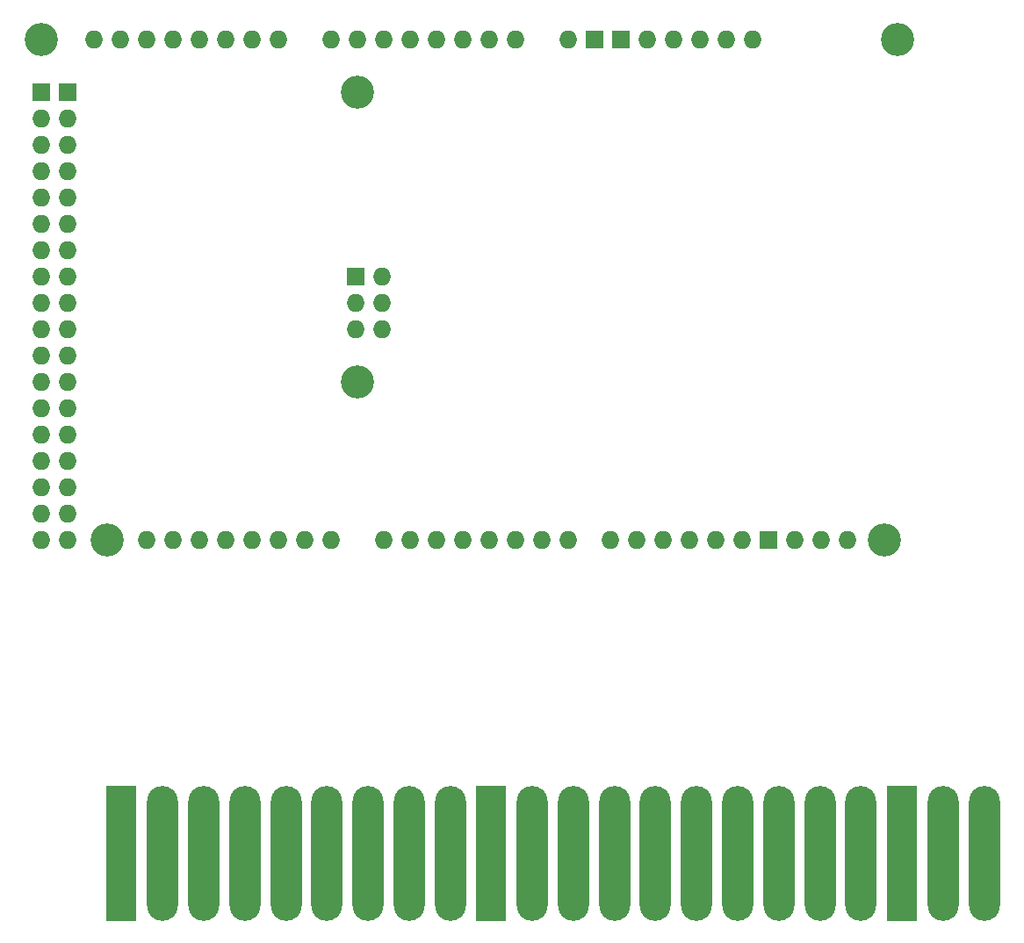
<source format=gbr>
%TF.GenerationSoftware,KiCad,Pcbnew,7.0.9*%
%TF.CreationDate,2023-11-10T10:13:11-06:00*%
%TF.ProjectId,controlSemaforicoMEga,636f6e74-726f-46c5-9365-6d61666f7269,rev?*%
%TF.SameCoordinates,PX4ef7d2aPY852b4f0*%
%TF.FileFunction,Soldermask,Top*%
%TF.FilePolarity,Negative*%
%FSLAX46Y46*%
G04 Gerber Fmt 4.6, Leading zero omitted, Abs format (unit mm)*
G04 Created by KiCad (PCBNEW 7.0.9) date 2023-11-10 10:13:11*
%MOMM*%
%LPD*%
G01*
G04 APERTURE LIST*
%ADD10C,3.200000*%
%ADD11O,1.727200X1.727200*%
%ADD12R,1.727200X1.727200*%
%ADD13R,3.000000X13.000000*%
%ADD14O,3.000000X13.000000*%
G04 APERTURE END LIST*
D10*
%TO.C,A1*%
X90677990Y79186000D03*
X89407990Y30926000D03*
D11*
X76707990Y79186000D03*
D10*
X38607990Y46166000D03*
X38607990Y74106000D03*
X14477990Y30926000D03*
X8127990Y79186000D03*
D11*
X69087990Y79186000D03*
X66547990Y79186000D03*
X38480990Y51246000D03*
X10667990Y30926000D03*
X8127990Y30926000D03*
X53847990Y79186000D03*
X51307990Y79186000D03*
X48767990Y79186000D03*
X46227990Y79186000D03*
X43687990Y79186000D03*
X41147990Y79186000D03*
X38607990Y79186000D03*
X36067990Y79186000D03*
X30987990Y79186000D03*
X28447990Y79186000D03*
X25907990Y79186000D03*
X23367990Y79186000D03*
X20827990Y79186000D03*
X18287990Y79186000D03*
X15747990Y79186000D03*
X13207990Y79186000D03*
X80771990Y30926000D03*
X41147990Y30926000D03*
X43687990Y30926000D03*
X46227990Y30926000D03*
X48767990Y30926000D03*
X51307990Y30926000D03*
X53847990Y30926000D03*
X56387990Y30926000D03*
X58927990Y30926000D03*
X62991990Y30926000D03*
X65531990Y30926000D03*
X68071990Y30926000D03*
X70611990Y30926000D03*
X73151990Y30926000D03*
X75691990Y30926000D03*
X36067990Y30926000D03*
X33527990Y30926000D03*
X30987990Y30926000D03*
X28447990Y30926000D03*
X25907990Y30926000D03*
X23367990Y30926000D03*
X20827990Y30926000D03*
X18287990Y30926000D03*
X10667990Y33466000D03*
X8127990Y33466000D03*
X10667990Y36006000D03*
X8127990Y36006000D03*
X10667990Y38546000D03*
X8127990Y38546000D03*
X10667990Y41086000D03*
X8127990Y41086000D03*
X10667990Y43626000D03*
X8127990Y43626000D03*
X10667990Y46166000D03*
X8127990Y46166000D03*
X10667990Y48706000D03*
X8127990Y48706000D03*
X10667990Y51246000D03*
X8127990Y51246000D03*
X10667990Y53786000D03*
X8127990Y53786000D03*
X10667990Y56326000D03*
X8127990Y56326000D03*
X10667990Y58866000D03*
X8127990Y58866000D03*
X10667990Y61406000D03*
X8127990Y61406000D03*
X10667990Y63946000D03*
X8127990Y63946000D03*
X10667990Y66486000D03*
X8127990Y66486000D03*
X10667990Y69026000D03*
X8127990Y69026000D03*
X10667990Y71566000D03*
X8127990Y71566000D03*
D12*
X78231990Y30926000D03*
X64007990Y79186000D03*
X61467990Y79186000D03*
X38480990Y56326000D03*
X10667990Y74106000D03*
X8127990Y74106000D03*
D11*
X74167990Y79186000D03*
X41020990Y51246000D03*
X38480990Y53786000D03*
X71627990Y79186000D03*
X41020990Y56326000D03*
X41020990Y53786000D03*
X85851990Y30926000D03*
X83311990Y30926000D03*
X58927990Y79186000D03*
%TD*%
D13*
%TO.C,J1*%
X15900000Y700000D03*
D14*
X19860000Y700000D03*
X23820000Y700000D03*
X27780000Y700000D03*
X31740000Y700000D03*
X35700000Y700000D03*
X39660000Y700000D03*
X43620000Y700000D03*
X47580000Y700000D03*
D13*
X51540000Y700000D03*
D14*
X55500000Y700000D03*
X59460000Y700000D03*
X63420000Y700000D03*
X67379990Y700000D03*
X71339990Y700000D03*
X75299990Y700000D03*
X79259990Y700000D03*
X83219990Y700000D03*
X87179990Y700000D03*
D13*
X91139990Y700000D03*
D14*
X95099990Y700000D03*
X99059990Y700000D03*
%TD*%
M02*

</source>
